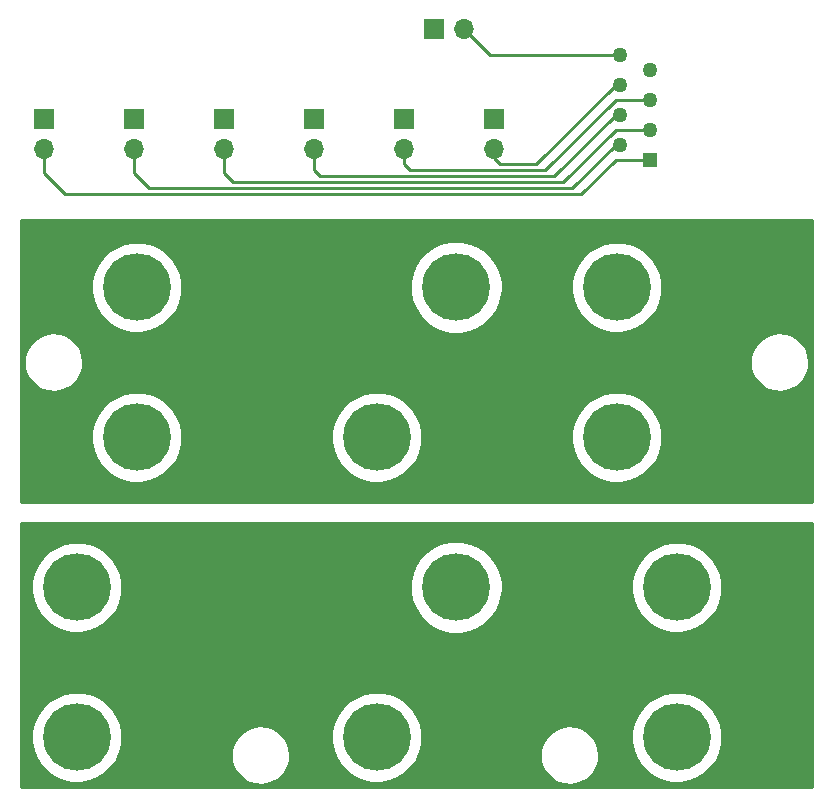
<source format=gbr>
G04 #@! TF.FileFunction,Copper,L1,Top,Signal*
%FSLAX46Y46*%
G04 Gerber Fmt 4.6, Leading zero omitted, Abs format (unit mm)*
G04 Created by KiCad (PCBNEW 4.0.6) date 01/26/19 15:00:27*
%MOMM*%
%LPD*%
G01*
G04 APERTURE LIST*
%ADD10C,0.100000*%
%ADD11R,1.700000X1.700000*%
%ADD12O,1.700000X1.700000*%
%ADD13R,1.268000X1.268000*%
%ADD14C,1.268000*%
%ADD15C,5.715000*%
%ADD16C,0.250000*%
%ADD17C,0.254000*%
G04 APERTURE END LIST*
D10*
D11*
X144526000Y-66040000D03*
D12*
X147066000Y-66040000D03*
D11*
X111506000Y-73660000D03*
D12*
X111506000Y-76200000D03*
D11*
X119126000Y-73660000D03*
D12*
X119126000Y-76200000D03*
D11*
X126746000Y-73660000D03*
D12*
X126746000Y-76200000D03*
D11*
X134366000Y-73660000D03*
D12*
X134366000Y-76200000D03*
D11*
X141986000Y-73660000D03*
D12*
X141986000Y-76200000D03*
D11*
X149606000Y-73660000D03*
D12*
X149606000Y-76200000D03*
D13*
X162814000Y-77089000D03*
D14*
X160274000Y-75819000D03*
X162814000Y-74549000D03*
X160274000Y-73279000D03*
X162814000Y-72009000D03*
X160274000Y-70739000D03*
X162814000Y-69469000D03*
X160274000Y-68199000D03*
D15*
X146361150Y-87884000D03*
X139490450Y-87884000D03*
X146361150Y-113284000D03*
X139490450Y-113284000D03*
X165042850Y-113284000D03*
X171913550Y-113284000D03*
X114242850Y-125984000D03*
X121113550Y-125984000D03*
X139642850Y-125984000D03*
X146513550Y-125984000D03*
X165042850Y-125984000D03*
X171913550Y-125984000D03*
X119322850Y-100584000D03*
X126193550Y-100584000D03*
X114242850Y-113284000D03*
X121113550Y-113284000D03*
X159962850Y-100584000D03*
X166833550Y-100584000D03*
X139642850Y-100584000D03*
X146513550Y-100584000D03*
X119322850Y-87884000D03*
X126193550Y-87884000D03*
X159962850Y-87884000D03*
X166833550Y-87884000D03*
D16*
X160274000Y-68199000D02*
X149225000Y-68199000D01*
X149225000Y-68199000D02*
X147066000Y-66040000D01*
X160274000Y-68199000D02*
X160147000Y-68199000D01*
X111506000Y-76200000D02*
X111506000Y-78232000D01*
X156972000Y-80010000D02*
X113284000Y-80010000D01*
X159893000Y-77089000D02*
X156972000Y-80010000D01*
X159893000Y-77089000D02*
X162814000Y-77089000D01*
X111506000Y-78232000D02*
X113284000Y-80010000D01*
X119126000Y-76200000D02*
X119126000Y-78232000D01*
X156210000Y-79502000D02*
X120396000Y-79502000D01*
X156210000Y-79502000D02*
X159893000Y-75819000D01*
X119126000Y-78232000D02*
X120396000Y-79502000D01*
X160274000Y-75819000D02*
X159893000Y-75819000D01*
X126746000Y-76200000D02*
X126746000Y-78232000D01*
X159893000Y-74549000D02*
X155448000Y-78994000D01*
X159893000Y-74549000D02*
X162814000Y-74549000D01*
X155448000Y-78994000D02*
X127508000Y-78994000D01*
X126746000Y-78232000D02*
X127508000Y-78994000D01*
X134366000Y-76200000D02*
X134366000Y-77978000D01*
X134366000Y-77978000D02*
X134874000Y-78486000D01*
X160274000Y-73279000D02*
X160147000Y-73279000D01*
X159893000Y-73279000D02*
X154686000Y-78486000D01*
X154686000Y-78486000D02*
X134874000Y-78486000D01*
X159893000Y-72009000D02*
X153924000Y-77978000D01*
X153924000Y-77978000D02*
X142494000Y-77978000D01*
X162814000Y-72009000D02*
X159893000Y-72009000D01*
X141986000Y-77470000D02*
X141986000Y-76200000D01*
X142494000Y-77978000D02*
X141986000Y-77470000D01*
X149606000Y-76200000D02*
X149606000Y-76962000D01*
X149606000Y-76962000D02*
X150114000Y-77470000D01*
X153162000Y-77470000D02*
X150114000Y-77470000D01*
X159955801Y-70676199D02*
X153162000Y-77470000D01*
X160274000Y-70739000D02*
X160272602Y-70739000D01*
X160274000Y-70739000D02*
X159893000Y-70739000D01*
D17*
G36*
X176455000Y-106045000D02*
X109549000Y-106045000D01*
X109549000Y-100908306D01*
X115460790Y-100908306D01*
X115597334Y-101652274D01*
X115875782Y-102355552D01*
X116285527Y-102991353D01*
X116810963Y-103535457D01*
X117432076Y-103967142D01*
X118125208Y-104269964D01*
X118863957Y-104432389D01*
X119620186Y-104448229D01*
X120365090Y-104316883D01*
X121070294Y-104043352D01*
X121708940Y-103638055D01*
X122256699Y-103116431D01*
X122692710Y-102498347D01*
X123000363Y-101807346D01*
X123167941Y-101069748D01*
X123170195Y-100908306D01*
X135780790Y-100908306D01*
X135917334Y-101652274D01*
X136195782Y-102355552D01*
X136605527Y-102991353D01*
X137130963Y-103535457D01*
X137752076Y-103967142D01*
X138445208Y-104269964D01*
X139183957Y-104432389D01*
X139940186Y-104448229D01*
X140685090Y-104316883D01*
X141390294Y-104043352D01*
X142028940Y-103638055D01*
X142576699Y-103116431D01*
X143012710Y-102498347D01*
X143320363Y-101807346D01*
X143487941Y-101069748D01*
X143490195Y-100908306D01*
X156100790Y-100908306D01*
X156237334Y-101652274D01*
X156515782Y-102355552D01*
X156925527Y-102991353D01*
X157450963Y-103535457D01*
X158072076Y-103967142D01*
X158765208Y-104269964D01*
X159503957Y-104432389D01*
X160260186Y-104448229D01*
X161005090Y-104316883D01*
X161710294Y-104043352D01*
X162348940Y-103638055D01*
X162896699Y-103116431D01*
X163332710Y-102498347D01*
X163640363Y-101807346D01*
X163807941Y-101069748D01*
X163820005Y-100205803D01*
X163673087Y-99463813D01*
X163384848Y-98764492D01*
X162966265Y-98134474D01*
X162433284Y-97597759D01*
X161806204Y-97174788D01*
X161108911Y-96881674D01*
X160367966Y-96729579D01*
X159611590Y-96724299D01*
X158868593Y-96866033D01*
X158167276Y-97149383D01*
X157534352Y-97563557D01*
X156993928Y-98092779D01*
X156566590Y-98716890D01*
X156268615Y-99412120D01*
X156111351Y-100151985D01*
X156100790Y-100908306D01*
X143490195Y-100908306D01*
X143500005Y-100205803D01*
X143353087Y-99463813D01*
X143064848Y-98764492D01*
X142646265Y-98134474D01*
X142113284Y-97597759D01*
X141486204Y-97174788D01*
X140788911Y-96881674D01*
X140047966Y-96729579D01*
X139291590Y-96724299D01*
X138548593Y-96866033D01*
X137847276Y-97149383D01*
X137214352Y-97563557D01*
X136673928Y-98092779D01*
X136246590Y-98716890D01*
X135948615Y-99412120D01*
X135791351Y-100151985D01*
X135780790Y-100908306D01*
X123170195Y-100908306D01*
X123180005Y-100205803D01*
X123033087Y-99463813D01*
X122744848Y-98764492D01*
X122326265Y-98134474D01*
X121793284Y-97597759D01*
X121166204Y-97174788D01*
X120468911Y-96881674D01*
X119727966Y-96729579D01*
X118971590Y-96724299D01*
X118228593Y-96866033D01*
X117527276Y-97149383D01*
X116894352Y-97563557D01*
X116353928Y-98092779D01*
X115926590Y-98716890D01*
X115628615Y-99412120D01*
X115471351Y-100151985D01*
X115460790Y-100908306D01*
X109549000Y-100908306D01*
X109549000Y-94269073D01*
X109756245Y-94269073D01*
X109810893Y-94756274D01*
X109959132Y-95223582D01*
X110195315Y-95653197D01*
X110510446Y-96028755D01*
X110892521Y-96335952D01*
X111326988Y-96563086D01*
X111797298Y-96701506D01*
X112285537Y-96745939D01*
X112773108Y-96694693D01*
X113241439Y-96549720D01*
X113672693Y-96316542D01*
X114050442Y-96004041D01*
X114360298Y-95624120D01*
X114590460Y-95191249D01*
X114732159Y-94721917D01*
X114776561Y-94269073D01*
X171224245Y-94269073D01*
X171278893Y-94756274D01*
X171427132Y-95223582D01*
X171663315Y-95653197D01*
X171978446Y-96028755D01*
X172360521Y-96335952D01*
X172794988Y-96563086D01*
X173265298Y-96701506D01*
X173753537Y-96745939D01*
X174241108Y-96694693D01*
X174709439Y-96549720D01*
X175140693Y-96316542D01*
X175518442Y-96004041D01*
X175828298Y-95624120D01*
X176058460Y-95191249D01*
X176200159Y-94721917D01*
X176248000Y-94234000D01*
X176247021Y-94163861D01*
X176185575Y-93677470D01*
X176030826Y-93212278D01*
X175788668Y-92786002D01*
X175468324Y-92414880D01*
X175081997Y-92113048D01*
X174644401Y-91892003D01*
X174172204Y-91760163D01*
X173683393Y-91722551D01*
X173196585Y-91780599D01*
X172730323Y-91932097D01*
X172302368Y-92171273D01*
X171929018Y-92489018D01*
X171624497Y-92873229D01*
X171400401Y-93309271D01*
X171265268Y-93780536D01*
X171224245Y-94269073D01*
X114776561Y-94269073D01*
X114780000Y-94234000D01*
X114779021Y-94163861D01*
X114717575Y-93677470D01*
X114562826Y-93212278D01*
X114320668Y-92786002D01*
X114000324Y-92414880D01*
X113613997Y-92113048D01*
X113176401Y-91892003D01*
X112704204Y-91760163D01*
X112215393Y-91722551D01*
X111728585Y-91780599D01*
X111262323Y-91932097D01*
X110834368Y-92171273D01*
X110461018Y-92489018D01*
X110156497Y-92873229D01*
X109932401Y-93309271D01*
X109797268Y-93780536D01*
X109756245Y-94269073D01*
X109549000Y-94269073D01*
X109549000Y-88208306D01*
X115460790Y-88208306D01*
X115597334Y-88952274D01*
X115875782Y-89655552D01*
X116285527Y-90291353D01*
X116810963Y-90835457D01*
X117432076Y-91267142D01*
X118125208Y-91569964D01*
X118863957Y-91732389D01*
X119620186Y-91748229D01*
X120365090Y-91616883D01*
X121070294Y-91343352D01*
X121708940Y-90938055D01*
X122256699Y-90416431D01*
X122692710Y-89798347D01*
X123000363Y-89107346D01*
X123167941Y-88369748D01*
X123170101Y-88215034D01*
X142418975Y-88215034D01*
X142558352Y-88974435D01*
X142842575Y-89692302D01*
X143260820Y-90341291D01*
X143797156Y-90896683D01*
X144431153Y-91337323D01*
X145138664Y-91646426D01*
X145892738Y-91812220D01*
X146664654Y-91828390D01*
X147425010Y-91694318D01*
X148144844Y-91415113D01*
X148796737Y-91001409D01*
X149355860Y-90468964D01*
X149800915Y-89838058D01*
X150114950Y-89132723D01*
X150286004Y-88379824D01*
X150288399Y-88208306D01*
X156100790Y-88208306D01*
X156237334Y-88952274D01*
X156515782Y-89655552D01*
X156925527Y-90291353D01*
X157450963Y-90835457D01*
X158072076Y-91267142D01*
X158765208Y-91569964D01*
X159503957Y-91732389D01*
X160260186Y-91748229D01*
X161005090Y-91616883D01*
X161710294Y-91343352D01*
X162348940Y-90938055D01*
X162896699Y-90416431D01*
X163332710Y-89798347D01*
X163640363Y-89107346D01*
X163807941Y-88369748D01*
X163820005Y-87505803D01*
X163673087Y-86763813D01*
X163384848Y-86064492D01*
X162966265Y-85434474D01*
X162433284Y-84897759D01*
X161806204Y-84474788D01*
X161108911Y-84181674D01*
X160367966Y-84029579D01*
X159611590Y-84024299D01*
X158868593Y-84166033D01*
X158167276Y-84449383D01*
X157534352Y-84863557D01*
X156993928Y-85392779D01*
X156566590Y-86016890D01*
X156268615Y-86712120D01*
X156111351Y-87451985D01*
X156100790Y-88208306D01*
X150288399Y-88208306D01*
X150298318Y-87497957D01*
X150148353Y-86740576D01*
X149854134Y-86026747D01*
X149426868Y-85383661D01*
X148882831Y-84835812D01*
X148242743Y-84404067D01*
X147530986Y-84104872D01*
X146774670Y-83949623D01*
X146002603Y-83944233D01*
X145244193Y-84088907D01*
X144528328Y-84378135D01*
X143882275Y-84800901D01*
X143330641Y-85341101D01*
X142894438Y-85978159D01*
X142590281Y-86687810D01*
X142429755Y-87443023D01*
X142418975Y-88215034D01*
X123170101Y-88215034D01*
X123180005Y-87505803D01*
X123033087Y-86763813D01*
X122744848Y-86064492D01*
X122326265Y-85434474D01*
X121793284Y-84897759D01*
X121166204Y-84474788D01*
X120468911Y-84181674D01*
X119727966Y-84029579D01*
X118971590Y-84024299D01*
X118228593Y-84166033D01*
X117527276Y-84449383D01*
X116894352Y-84863557D01*
X116353928Y-85392779D01*
X115926590Y-86016890D01*
X115628615Y-86712120D01*
X115471351Y-87451985D01*
X115460790Y-88208306D01*
X109549000Y-88208306D01*
X109549000Y-82169000D01*
X176455000Y-82169000D01*
X176455000Y-106045000D01*
X176455000Y-106045000D01*
G37*
X176455000Y-106045000D02*
X109549000Y-106045000D01*
X109549000Y-100908306D01*
X115460790Y-100908306D01*
X115597334Y-101652274D01*
X115875782Y-102355552D01*
X116285527Y-102991353D01*
X116810963Y-103535457D01*
X117432076Y-103967142D01*
X118125208Y-104269964D01*
X118863957Y-104432389D01*
X119620186Y-104448229D01*
X120365090Y-104316883D01*
X121070294Y-104043352D01*
X121708940Y-103638055D01*
X122256699Y-103116431D01*
X122692710Y-102498347D01*
X123000363Y-101807346D01*
X123167941Y-101069748D01*
X123170195Y-100908306D01*
X135780790Y-100908306D01*
X135917334Y-101652274D01*
X136195782Y-102355552D01*
X136605527Y-102991353D01*
X137130963Y-103535457D01*
X137752076Y-103967142D01*
X138445208Y-104269964D01*
X139183957Y-104432389D01*
X139940186Y-104448229D01*
X140685090Y-104316883D01*
X141390294Y-104043352D01*
X142028940Y-103638055D01*
X142576699Y-103116431D01*
X143012710Y-102498347D01*
X143320363Y-101807346D01*
X143487941Y-101069748D01*
X143490195Y-100908306D01*
X156100790Y-100908306D01*
X156237334Y-101652274D01*
X156515782Y-102355552D01*
X156925527Y-102991353D01*
X157450963Y-103535457D01*
X158072076Y-103967142D01*
X158765208Y-104269964D01*
X159503957Y-104432389D01*
X160260186Y-104448229D01*
X161005090Y-104316883D01*
X161710294Y-104043352D01*
X162348940Y-103638055D01*
X162896699Y-103116431D01*
X163332710Y-102498347D01*
X163640363Y-101807346D01*
X163807941Y-101069748D01*
X163820005Y-100205803D01*
X163673087Y-99463813D01*
X163384848Y-98764492D01*
X162966265Y-98134474D01*
X162433284Y-97597759D01*
X161806204Y-97174788D01*
X161108911Y-96881674D01*
X160367966Y-96729579D01*
X159611590Y-96724299D01*
X158868593Y-96866033D01*
X158167276Y-97149383D01*
X157534352Y-97563557D01*
X156993928Y-98092779D01*
X156566590Y-98716890D01*
X156268615Y-99412120D01*
X156111351Y-100151985D01*
X156100790Y-100908306D01*
X143490195Y-100908306D01*
X143500005Y-100205803D01*
X143353087Y-99463813D01*
X143064848Y-98764492D01*
X142646265Y-98134474D01*
X142113284Y-97597759D01*
X141486204Y-97174788D01*
X140788911Y-96881674D01*
X140047966Y-96729579D01*
X139291590Y-96724299D01*
X138548593Y-96866033D01*
X137847276Y-97149383D01*
X137214352Y-97563557D01*
X136673928Y-98092779D01*
X136246590Y-98716890D01*
X135948615Y-99412120D01*
X135791351Y-100151985D01*
X135780790Y-100908306D01*
X123170195Y-100908306D01*
X123180005Y-100205803D01*
X123033087Y-99463813D01*
X122744848Y-98764492D01*
X122326265Y-98134474D01*
X121793284Y-97597759D01*
X121166204Y-97174788D01*
X120468911Y-96881674D01*
X119727966Y-96729579D01*
X118971590Y-96724299D01*
X118228593Y-96866033D01*
X117527276Y-97149383D01*
X116894352Y-97563557D01*
X116353928Y-98092779D01*
X115926590Y-98716890D01*
X115628615Y-99412120D01*
X115471351Y-100151985D01*
X115460790Y-100908306D01*
X109549000Y-100908306D01*
X109549000Y-94269073D01*
X109756245Y-94269073D01*
X109810893Y-94756274D01*
X109959132Y-95223582D01*
X110195315Y-95653197D01*
X110510446Y-96028755D01*
X110892521Y-96335952D01*
X111326988Y-96563086D01*
X111797298Y-96701506D01*
X112285537Y-96745939D01*
X112773108Y-96694693D01*
X113241439Y-96549720D01*
X113672693Y-96316542D01*
X114050442Y-96004041D01*
X114360298Y-95624120D01*
X114590460Y-95191249D01*
X114732159Y-94721917D01*
X114776561Y-94269073D01*
X171224245Y-94269073D01*
X171278893Y-94756274D01*
X171427132Y-95223582D01*
X171663315Y-95653197D01*
X171978446Y-96028755D01*
X172360521Y-96335952D01*
X172794988Y-96563086D01*
X173265298Y-96701506D01*
X173753537Y-96745939D01*
X174241108Y-96694693D01*
X174709439Y-96549720D01*
X175140693Y-96316542D01*
X175518442Y-96004041D01*
X175828298Y-95624120D01*
X176058460Y-95191249D01*
X176200159Y-94721917D01*
X176248000Y-94234000D01*
X176247021Y-94163861D01*
X176185575Y-93677470D01*
X176030826Y-93212278D01*
X175788668Y-92786002D01*
X175468324Y-92414880D01*
X175081997Y-92113048D01*
X174644401Y-91892003D01*
X174172204Y-91760163D01*
X173683393Y-91722551D01*
X173196585Y-91780599D01*
X172730323Y-91932097D01*
X172302368Y-92171273D01*
X171929018Y-92489018D01*
X171624497Y-92873229D01*
X171400401Y-93309271D01*
X171265268Y-93780536D01*
X171224245Y-94269073D01*
X114776561Y-94269073D01*
X114780000Y-94234000D01*
X114779021Y-94163861D01*
X114717575Y-93677470D01*
X114562826Y-93212278D01*
X114320668Y-92786002D01*
X114000324Y-92414880D01*
X113613997Y-92113048D01*
X113176401Y-91892003D01*
X112704204Y-91760163D01*
X112215393Y-91722551D01*
X111728585Y-91780599D01*
X111262323Y-91932097D01*
X110834368Y-92171273D01*
X110461018Y-92489018D01*
X110156497Y-92873229D01*
X109932401Y-93309271D01*
X109797268Y-93780536D01*
X109756245Y-94269073D01*
X109549000Y-94269073D01*
X109549000Y-88208306D01*
X115460790Y-88208306D01*
X115597334Y-88952274D01*
X115875782Y-89655552D01*
X116285527Y-90291353D01*
X116810963Y-90835457D01*
X117432076Y-91267142D01*
X118125208Y-91569964D01*
X118863957Y-91732389D01*
X119620186Y-91748229D01*
X120365090Y-91616883D01*
X121070294Y-91343352D01*
X121708940Y-90938055D01*
X122256699Y-90416431D01*
X122692710Y-89798347D01*
X123000363Y-89107346D01*
X123167941Y-88369748D01*
X123170101Y-88215034D01*
X142418975Y-88215034D01*
X142558352Y-88974435D01*
X142842575Y-89692302D01*
X143260820Y-90341291D01*
X143797156Y-90896683D01*
X144431153Y-91337323D01*
X145138664Y-91646426D01*
X145892738Y-91812220D01*
X146664654Y-91828390D01*
X147425010Y-91694318D01*
X148144844Y-91415113D01*
X148796737Y-91001409D01*
X149355860Y-90468964D01*
X149800915Y-89838058D01*
X150114950Y-89132723D01*
X150286004Y-88379824D01*
X150288399Y-88208306D01*
X156100790Y-88208306D01*
X156237334Y-88952274D01*
X156515782Y-89655552D01*
X156925527Y-90291353D01*
X157450963Y-90835457D01*
X158072076Y-91267142D01*
X158765208Y-91569964D01*
X159503957Y-91732389D01*
X160260186Y-91748229D01*
X161005090Y-91616883D01*
X161710294Y-91343352D01*
X162348940Y-90938055D01*
X162896699Y-90416431D01*
X163332710Y-89798347D01*
X163640363Y-89107346D01*
X163807941Y-88369748D01*
X163820005Y-87505803D01*
X163673087Y-86763813D01*
X163384848Y-86064492D01*
X162966265Y-85434474D01*
X162433284Y-84897759D01*
X161806204Y-84474788D01*
X161108911Y-84181674D01*
X160367966Y-84029579D01*
X159611590Y-84024299D01*
X158868593Y-84166033D01*
X158167276Y-84449383D01*
X157534352Y-84863557D01*
X156993928Y-85392779D01*
X156566590Y-86016890D01*
X156268615Y-86712120D01*
X156111351Y-87451985D01*
X156100790Y-88208306D01*
X150288399Y-88208306D01*
X150298318Y-87497957D01*
X150148353Y-86740576D01*
X149854134Y-86026747D01*
X149426868Y-85383661D01*
X148882831Y-84835812D01*
X148242743Y-84404067D01*
X147530986Y-84104872D01*
X146774670Y-83949623D01*
X146002603Y-83944233D01*
X145244193Y-84088907D01*
X144528328Y-84378135D01*
X143882275Y-84800901D01*
X143330641Y-85341101D01*
X142894438Y-85978159D01*
X142590281Y-86687810D01*
X142429755Y-87443023D01*
X142418975Y-88215034D01*
X123170101Y-88215034D01*
X123180005Y-87505803D01*
X123033087Y-86763813D01*
X122744848Y-86064492D01*
X122326265Y-85434474D01*
X121793284Y-84897759D01*
X121166204Y-84474788D01*
X120468911Y-84181674D01*
X119727966Y-84029579D01*
X118971590Y-84024299D01*
X118228593Y-84166033D01*
X117527276Y-84449383D01*
X116894352Y-84863557D01*
X116353928Y-85392779D01*
X115926590Y-86016890D01*
X115628615Y-86712120D01*
X115471351Y-87451985D01*
X115460790Y-88208306D01*
X109549000Y-88208306D01*
X109549000Y-82169000D01*
X176455000Y-82169000D01*
X176455000Y-106045000D01*
G36*
X176455000Y-130227000D02*
X109549000Y-130227000D01*
X109549000Y-126308306D01*
X110380790Y-126308306D01*
X110517334Y-127052274D01*
X110795782Y-127755552D01*
X111205527Y-128391353D01*
X111730963Y-128935457D01*
X112352076Y-129367142D01*
X113045208Y-129669964D01*
X113783957Y-129832389D01*
X114540186Y-129848229D01*
X115285090Y-129716883D01*
X115990294Y-129443352D01*
X116628940Y-129038055D01*
X117176699Y-128516431D01*
X117612710Y-127898347D01*
X117770887Y-127543073D01*
X127282245Y-127543073D01*
X127336893Y-128030274D01*
X127485132Y-128497582D01*
X127721315Y-128927197D01*
X128036446Y-129302755D01*
X128418521Y-129609952D01*
X128852988Y-129837086D01*
X129323298Y-129975506D01*
X129811537Y-130019939D01*
X130299108Y-129968693D01*
X130767439Y-129823720D01*
X131198693Y-129590542D01*
X131576442Y-129278041D01*
X131886298Y-128898120D01*
X132116460Y-128465249D01*
X132258159Y-127995917D01*
X132306000Y-127508000D01*
X132305021Y-127437861D01*
X132243575Y-126951470D01*
X132088826Y-126486278D01*
X131987725Y-126308306D01*
X135780790Y-126308306D01*
X135917334Y-127052274D01*
X136195782Y-127755552D01*
X136605527Y-128391353D01*
X137130963Y-128935457D01*
X137752076Y-129367142D01*
X138445208Y-129669964D01*
X139183957Y-129832389D01*
X139940186Y-129848229D01*
X140685090Y-129716883D01*
X141390294Y-129443352D01*
X142028940Y-129038055D01*
X142576699Y-128516431D01*
X143012710Y-127898347D01*
X143170887Y-127543073D01*
X153444245Y-127543073D01*
X153498893Y-128030274D01*
X153647132Y-128497582D01*
X153883315Y-128927197D01*
X154198446Y-129302755D01*
X154580521Y-129609952D01*
X155014988Y-129837086D01*
X155485298Y-129975506D01*
X155973537Y-130019939D01*
X156461108Y-129968693D01*
X156929439Y-129823720D01*
X157360693Y-129590542D01*
X157738442Y-129278041D01*
X158048298Y-128898120D01*
X158278460Y-128465249D01*
X158420159Y-127995917D01*
X158468000Y-127508000D01*
X158467021Y-127437861D01*
X158405575Y-126951470D01*
X158250826Y-126486278D01*
X158149725Y-126308306D01*
X161180790Y-126308306D01*
X161317334Y-127052274D01*
X161595782Y-127755552D01*
X162005527Y-128391353D01*
X162530963Y-128935457D01*
X163152076Y-129367142D01*
X163845208Y-129669964D01*
X164583957Y-129832389D01*
X165340186Y-129848229D01*
X166085090Y-129716883D01*
X166790294Y-129443352D01*
X167428940Y-129038055D01*
X167976699Y-128516431D01*
X168412710Y-127898347D01*
X168720363Y-127207346D01*
X168887941Y-126469748D01*
X168900005Y-125605803D01*
X168753087Y-124863813D01*
X168464848Y-124164492D01*
X168046265Y-123534474D01*
X167513284Y-122997759D01*
X166886204Y-122574788D01*
X166188911Y-122281674D01*
X165447966Y-122129579D01*
X164691590Y-122124299D01*
X163948593Y-122266033D01*
X163247276Y-122549383D01*
X162614352Y-122963557D01*
X162073928Y-123492779D01*
X161646590Y-124116890D01*
X161348615Y-124812120D01*
X161191351Y-125551985D01*
X161180790Y-126308306D01*
X158149725Y-126308306D01*
X158008668Y-126060002D01*
X157688324Y-125688880D01*
X157301997Y-125387048D01*
X156864401Y-125166003D01*
X156392204Y-125034163D01*
X155903393Y-124996551D01*
X155416585Y-125054599D01*
X154950323Y-125206097D01*
X154522368Y-125445273D01*
X154149018Y-125763018D01*
X153844497Y-126147229D01*
X153620401Y-126583271D01*
X153485268Y-127054536D01*
X153444245Y-127543073D01*
X143170887Y-127543073D01*
X143320363Y-127207346D01*
X143487941Y-126469748D01*
X143500005Y-125605803D01*
X143353087Y-124863813D01*
X143064848Y-124164492D01*
X142646265Y-123534474D01*
X142113284Y-122997759D01*
X141486204Y-122574788D01*
X140788911Y-122281674D01*
X140047966Y-122129579D01*
X139291590Y-122124299D01*
X138548593Y-122266033D01*
X137847276Y-122549383D01*
X137214352Y-122963557D01*
X136673928Y-123492779D01*
X136246590Y-124116890D01*
X135948615Y-124812120D01*
X135791351Y-125551985D01*
X135780790Y-126308306D01*
X131987725Y-126308306D01*
X131846668Y-126060002D01*
X131526324Y-125688880D01*
X131139997Y-125387048D01*
X130702401Y-125166003D01*
X130230204Y-125034163D01*
X129741393Y-124996551D01*
X129254585Y-125054599D01*
X128788323Y-125206097D01*
X128360368Y-125445273D01*
X127987018Y-125763018D01*
X127682497Y-126147229D01*
X127458401Y-126583271D01*
X127323268Y-127054536D01*
X127282245Y-127543073D01*
X117770887Y-127543073D01*
X117920363Y-127207346D01*
X118087941Y-126469748D01*
X118100005Y-125605803D01*
X117953087Y-124863813D01*
X117664848Y-124164492D01*
X117246265Y-123534474D01*
X116713284Y-122997759D01*
X116086204Y-122574788D01*
X115388911Y-122281674D01*
X114647966Y-122129579D01*
X113891590Y-122124299D01*
X113148593Y-122266033D01*
X112447276Y-122549383D01*
X111814352Y-122963557D01*
X111273928Y-123492779D01*
X110846590Y-124116890D01*
X110548615Y-124812120D01*
X110391351Y-125551985D01*
X110380790Y-126308306D01*
X109549000Y-126308306D01*
X109549000Y-113608306D01*
X110380790Y-113608306D01*
X110517334Y-114352274D01*
X110795782Y-115055552D01*
X111205527Y-115691353D01*
X111730963Y-116235457D01*
X112352076Y-116667142D01*
X113045208Y-116969964D01*
X113783957Y-117132389D01*
X114540186Y-117148229D01*
X115285090Y-117016883D01*
X115990294Y-116743352D01*
X116628940Y-116338055D01*
X117176699Y-115816431D01*
X117612710Y-115198347D01*
X117920363Y-114507346D01*
X118087941Y-113769748D01*
X118090101Y-113615034D01*
X142418975Y-113615034D01*
X142558352Y-114374435D01*
X142842575Y-115092302D01*
X143260820Y-115741291D01*
X143797156Y-116296683D01*
X144431153Y-116737323D01*
X145138664Y-117046426D01*
X145892738Y-117212220D01*
X146664654Y-117228390D01*
X147425010Y-117094318D01*
X148144844Y-116815113D01*
X148796737Y-116401409D01*
X149355860Y-115868964D01*
X149800915Y-115238058D01*
X150114950Y-114532723D01*
X150286004Y-113779824D01*
X150288399Y-113608306D01*
X161180790Y-113608306D01*
X161317334Y-114352274D01*
X161595782Y-115055552D01*
X162005527Y-115691353D01*
X162530963Y-116235457D01*
X163152076Y-116667142D01*
X163845208Y-116969964D01*
X164583957Y-117132389D01*
X165340186Y-117148229D01*
X166085090Y-117016883D01*
X166790294Y-116743352D01*
X167428940Y-116338055D01*
X167976699Y-115816431D01*
X168412710Y-115198347D01*
X168720363Y-114507346D01*
X168887941Y-113769748D01*
X168900005Y-112905803D01*
X168753087Y-112163813D01*
X168464848Y-111464492D01*
X168046265Y-110834474D01*
X167513284Y-110297759D01*
X166886204Y-109874788D01*
X166188911Y-109581674D01*
X165447966Y-109429579D01*
X164691590Y-109424299D01*
X163948593Y-109566033D01*
X163247276Y-109849383D01*
X162614352Y-110263557D01*
X162073928Y-110792779D01*
X161646590Y-111416890D01*
X161348615Y-112112120D01*
X161191351Y-112851985D01*
X161180790Y-113608306D01*
X150288399Y-113608306D01*
X150298318Y-112897957D01*
X150148353Y-112140576D01*
X149854134Y-111426747D01*
X149426868Y-110783661D01*
X148882831Y-110235812D01*
X148242743Y-109804067D01*
X147530986Y-109504872D01*
X146774670Y-109349623D01*
X146002603Y-109344233D01*
X145244193Y-109488907D01*
X144528328Y-109778135D01*
X143882275Y-110200901D01*
X143330641Y-110741101D01*
X142894438Y-111378159D01*
X142590281Y-112087810D01*
X142429755Y-112843023D01*
X142418975Y-113615034D01*
X118090101Y-113615034D01*
X118100005Y-112905803D01*
X117953087Y-112163813D01*
X117664848Y-111464492D01*
X117246265Y-110834474D01*
X116713284Y-110297759D01*
X116086204Y-109874788D01*
X115388911Y-109581674D01*
X114647966Y-109429579D01*
X113891590Y-109424299D01*
X113148593Y-109566033D01*
X112447276Y-109849383D01*
X111814352Y-110263557D01*
X111273928Y-110792779D01*
X110846590Y-111416890D01*
X110548615Y-112112120D01*
X110391351Y-112851985D01*
X110380790Y-113608306D01*
X109549000Y-113608306D01*
X109549000Y-107823000D01*
X176455000Y-107823000D01*
X176455000Y-130227000D01*
X176455000Y-130227000D01*
G37*
X176455000Y-130227000D02*
X109549000Y-130227000D01*
X109549000Y-126308306D01*
X110380790Y-126308306D01*
X110517334Y-127052274D01*
X110795782Y-127755552D01*
X111205527Y-128391353D01*
X111730963Y-128935457D01*
X112352076Y-129367142D01*
X113045208Y-129669964D01*
X113783957Y-129832389D01*
X114540186Y-129848229D01*
X115285090Y-129716883D01*
X115990294Y-129443352D01*
X116628940Y-129038055D01*
X117176699Y-128516431D01*
X117612710Y-127898347D01*
X117770887Y-127543073D01*
X127282245Y-127543073D01*
X127336893Y-128030274D01*
X127485132Y-128497582D01*
X127721315Y-128927197D01*
X128036446Y-129302755D01*
X128418521Y-129609952D01*
X128852988Y-129837086D01*
X129323298Y-129975506D01*
X129811537Y-130019939D01*
X130299108Y-129968693D01*
X130767439Y-129823720D01*
X131198693Y-129590542D01*
X131576442Y-129278041D01*
X131886298Y-128898120D01*
X132116460Y-128465249D01*
X132258159Y-127995917D01*
X132306000Y-127508000D01*
X132305021Y-127437861D01*
X132243575Y-126951470D01*
X132088826Y-126486278D01*
X131987725Y-126308306D01*
X135780790Y-126308306D01*
X135917334Y-127052274D01*
X136195782Y-127755552D01*
X136605527Y-128391353D01*
X137130963Y-128935457D01*
X137752076Y-129367142D01*
X138445208Y-129669964D01*
X139183957Y-129832389D01*
X139940186Y-129848229D01*
X140685090Y-129716883D01*
X141390294Y-129443352D01*
X142028940Y-129038055D01*
X142576699Y-128516431D01*
X143012710Y-127898347D01*
X143170887Y-127543073D01*
X153444245Y-127543073D01*
X153498893Y-128030274D01*
X153647132Y-128497582D01*
X153883315Y-128927197D01*
X154198446Y-129302755D01*
X154580521Y-129609952D01*
X155014988Y-129837086D01*
X155485298Y-129975506D01*
X155973537Y-130019939D01*
X156461108Y-129968693D01*
X156929439Y-129823720D01*
X157360693Y-129590542D01*
X157738442Y-129278041D01*
X158048298Y-128898120D01*
X158278460Y-128465249D01*
X158420159Y-127995917D01*
X158468000Y-127508000D01*
X158467021Y-127437861D01*
X158405575Y-126951470D01*
X158250826Y-126486278D01*
X158149725Y-126308306D01*
X161180790Y-126308306D01*
X161317334Y-127052274D01*
X161595782Y-127755552D01*
X162005527Y-128391353D01*
X162530963Y-128935457D01*
X163152076Y-129367142D01*
X163845208Y-129669964D01*
X164583957Y-129832389D01*
X165340186Y-129848229D01*
X166085090Y-129716883D01*
X166790294Y-129443352D01*
X167428940Y-129038055D01*
X167976699Y-128516431D01*
X168412710Y-127898347D01*
X168720363Y-127207346D01*
X168887941Y-126469748D01*
X168900005Y-125605803D01*
X168753087Y-124863813D01*
X168464848Y-124164492D01*
X168046265Y-123534474D01*
X167513284Y-122997759D01*
X166886204Y-122574788D01*
X166188911Y-122281674D01*
X165447966Y-122129579D01*
X164691590Y-122124299D01*
X163948593Y-122266033D01*
X163247276Y-122549383D01*
X162614352Y-122963557D01*
X162073928Y-123492779D01*
X161646590Y-124116890D01*
X161348615Y-124812120D01*
X161191351Y-125551985D01*
X161180790Y-126308306D01*
X158149725Y-126308306D01*
X158008668Y-126060002D01*
X157688324Y-125688880D01*
X157301997Y-125387048D01*
X156864401Y-125166003D01*
X156392204Y-125034163D01*
X155903393Y-124996551D01*
X155416585Y-125054599D01*
X154950323Y-125206097D01*
X154522368Y-125445273D01*
X154149018Y-125763018D01*
X153844497Y-126147229D01*
X153620401Y-126583271D01*
X153485268Y-127054536D01*
X153444245Y-127543073D01*
X143170887Y-127543073D01*
X143320363Y-127207346D01*
X143487941Y-126469748D01*
X143500005Y-125605803D01*
X143353087Y-124863813D01*
X143064848Y-124164492D01*
X142646265Y-123534474D01*
X142113284Y-122997759D01*
X141486204Y-122574788D01*
X140788911Y-122281674D01*
X140047966Y-122129579D01*
X139291590Y-122124299D01*
X138548593Y-122266033D01*
X137847276Y-122549383D01*
X137214352Y-122963557D01*
X136673928Y-123492779D01*
X136246590Y-124116890D01*
X135948615Y-124812120D01*
X135791351Y-125551985D01*
X135780790Y-126308306D01*
X131987725Y-126308306D01*
X131846668Y-126060002D01*
X131526324Y-125688880D01*
X131139997Y-125387048D01*
X130702401Y-125166003D01*
X130230204Y-125034163D01*
X129741393Y-124996551D01*
X129254585Y-125054599D01*
X128788323Y-125206097D01*
X128360368Y-125445273D01*
X127987018Y-125763018D01*
X127682497Y-126147229D01*
X127458401Y-126583271D01*
X127323268Y-127054536D01*
X127282245Y-127543073D01*
X117770887Y-127543073D01*
X117920363Y-127207346D01*
X118087941Y-126469748D01*
X118100005Y-125605803D01*
X117953087Y-124863813D01*
X117664848Y-124164492D01*
X117246265Y-123534474D01*
X116713284Y-122997759D01*
X116086204Y-122574788D01*
X115388911Y-122281674D01*
X114647966Y-122129579D01*
X113891590Y-122124299D01*
X113148593Y-122266033D01*
X112447276Y-122549383D01*
X111814352Y-122963557D01*
X111273928Y-123492779D01*
X110846590Y-124116890D01*
X110548615Y-124812120D01*
X110391351Y-125551985D01*
X110380790Y-126308306D01*
X109549000Y-126308306D01*
X109549000Y-113608306D01*
X110380790Y-113608306D01*
X110517334Y-114352274D01*
X110795782Y-115055552D01*
X111205527Y-115691353D01*
X111730963Y-116235457D01*
X112352076Y-116667142D01*
X113045208Y-116969964D01*
X113783957Y-117132389D01*
X114540186Y-117148229D01*
X115285090Y-117016883D01*
X115990294Y-116743352D01*
X116628940Y-116338055D01*
X117176699Y-115816431D01*
X117612710Y-115198347D01*
X117920363Y-114507346D01*
X118087941Y-113769748D01*
X118090101Y-113615034D01*
X142418975Y-113615034D01*
X142558352Y-114374435D01*
X142842575Y-115092302D01*
X143260820Y-115741291D01*
X143797156Y-116296683D01*
X144431153Y-116737323D01*
X145138664Y-117046426D01*
X145892738Y-117212220D01*
X146664654Y-117228390D01*
X147425010Y-117094318D01*
X148144844Y-116815113D01*
X148796737Y-116401409D01*
X149355860Y-115868964D01*
X149800915Y-115238058D01*
X150114950Y-114532723D01*
X150286004Y-113779824D01*
X150288399Y-113608306D01*
X161180790Y-113608306D01*
X161317334Y-114352274D01*
X161595782Y-115055552D01*
X162005527Y-115691353D01*
X162530963Y-116235457D01*
X163152076Y-116667142D01*
X163845208Y-116969964D01*
X164583957Y-117132389D01*
X165340186Y-117148229D01*
X166085090Y-117016883D01*
X166790294Y-116743352D01*
X167428940Y-116338055D01*
X167976699Y-115816431D01*
X168412710Y-115198347D01*
X168720363Y-114507346D01*
X168887941Y-113769748D01*
X168900005Y-112905803D01*
X168753087Y-112163813D01*
X168464848Y-111464492D01*
X168046265Y-110834474D01*
X167513284Y-110297759D01*
X166886204Y-109874788D01*
X166188911Y-109581674D01*
X165447966Y-109429579D01*
X164691590Y-109424299D01*
X163948593Y-109566033D01*
X163247276Y-109849383D01*
X162614352Y-110263557D01*
X162073928Y-110792779D01*
X161646590Y-111416890D01*
X161348615Y-112112120D01*
X161191351Y-112851985D01*
X161180790Y-113608306D01*
X150288399Y-113608306D01*
X150298318Y-112897957D01*
X150148353Y-112140576D01*
X149854134Y-111426747D01*
X149426868Y-110783661D01*
X148882831Y-110235812D01*
X148242743Y-109804067D01*
X147530986Y-109504872D01*
X146774670Y-109349623D01*
X146002603Y-109344233D01*
X145244193Y-109488907D01*
X144528328Y-109778135D01*
X143882275Y-110200901D01*
X143330641Y-110741101D01*
X142894438Y-111378159D01*
X142590281Y-112087810D01*
X142429755Y-112843023D01*
X142418975Y-113615034D01*
X118090101Y-113615034D01*
X118100005Y-112905803D01*
X117953087Y-112163813D01*
X117664848Y-111464492D01*
X117246265Y-110834474D01*
X116713284Y-110297759D01*
X116086204Y-109874788D01*
X115388911Y-109581674D01*
X114647966Y-109429579D01*
X113891590Y-109424299D01*
X113148593Y-109566033D01*
X112447276Y-109849383D01*
X111814352Y-110263557D01*
X111273928Y-110792779D01*
X110846590Y-111416890D01*
X110548615Y-112112120D01*
X110391351Y-112851985D01*
X110380790Y-113608306D01*
X109549000Y-113608306D01*
X109549000Y-107823000D01*
X176455000Y-107823000D01*
X176455000Y-130227000D01*
M02*

</source>
